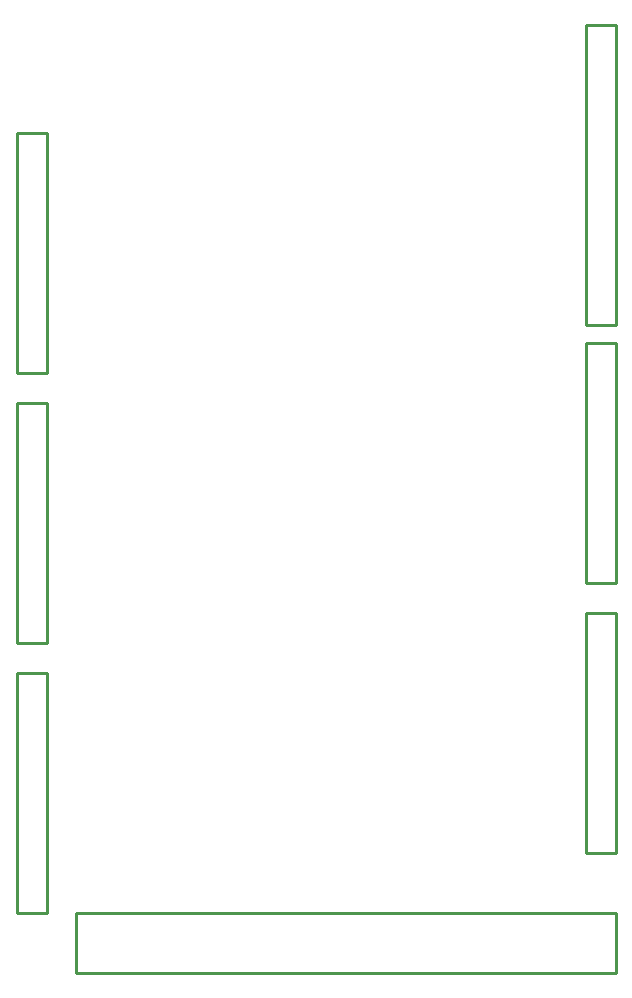
<source format=gbo>
G04 DipTrace 3.0.0.1*
G04 arduino-shield_lay.GBO*
%MOIN*%
G04 #@! TF.FileFunction,Legend,Bot*
G04 #@! TF.Part,Single*
%ADD10C,0.009843*%
%FSLAX26Y26*%
G04*
G70*
G90*
G75*
G01*
G04 BotSilk*
%LPD*%
X1106518Y2525420D2*
D10*
X1206520D1*
Y1725493D1*
X1106518D1*
Y2525420D1*
Y1625341D2*
X1206520D1*
Y825414D1*
X1106518D1*
Y1625341D1*
X3105143Y1025359D2*
X3005142D1*
Y1825286D1*
X3105143D1*
Y1025359D1*
X3105142Y625260D2*
X1305142D1*
Y825260D1*
X3105142D1*
Y625260D1*
X1106508Y3425513D2*
X1206509D1*
Y2625586D1*
X1106508D1*
Y3425513D1*
X3105143Y2785200D2*
X3005142D1*
Y3785241D1*
X3105143D1*
Y2785200D1*
Y1925412D2*
X3005142D1*
Y2725339D1*
X3105143D1*
Y1925412D1*
M02*

</source>
